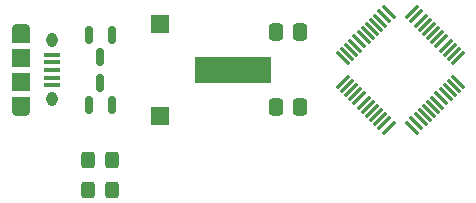
<source format=gtp>
G04 #@! TF.GenerationSoftware,KiCad,Pcbnew,(6.0.9)*
G04 #@! TF.CreationDate,2022-11-19T12:24:37+01:00*
G04 #@! TF.ProjectId,SAMD21 breakout,53414d44-3231-4206-9272-65616b6f7574,rev?*
G04 #@! TF.SameCoordinates,Original*
G04 #@! TF.FileFunction,Paste,Top*
G04 #@! TF.FilePolarity,Positive*
%FSLAX46Y46*%
G04 Gerber Fmt 4.6, Leading zero omitted, Abs format (unit mm)*
G04 Created by KiCad (PCBNEW (6.0.9)) date 2022-11-19 12:24:37*
%MOMM*%
%LPD*%
G01*
G04 APERTURE LIST*
G04 Aperture macros list*
%AMRoundRect*
0 Rectangle with rounded corners*
0 $1 Rounding radius*
0 $2 $3 $4 $5 $6 $7 $8 $9 X,Y pos of 4 corners*
0 Add a 4 corners polygon primitive as box body*
4,1,4,$2,$3,$4,$5,$6,$7,$8,$9,$2,$3,0*
0 Add four circle primitives for the rounded corners*
1,1,$1+$1,$2,$3*
1,1,$1+$1,$4,$5*
1,1,$1+$1,$6,$7*
1,1,$1+$1,$8,$9*
0 Add four rect primitives between the rounded corners*
20,1,$1+$1,$2,$3,$4,$5,0*
20,1,$1+$1,$4,$5,$6,$7,0*
20,1,$1+$1,$6,$7,$8,$9,0*
20,1,$1+$1,$8,$9,$2,$3,0*%
G04 Aperture macros list end*
%ADD10RoundRect,0.250000X-0.325000X-0.450000X0.325000X-0.450000X0.325000X0.450000X-0.325000X0.450000X0*%
%ADD11RoundRect,0.150000X0.150000X-0.587500X0.150000X0.587500X-0.150000X0.587500X-0.150000X-0.587500X0*%
%ADD12RoundRect,0.150000X-0.150000X0.587500X-0.150000X-0.587500X0.150000X-0.587500X0.150000X0.587500X0*%
%ADD13RoundRect,0.250000X0.337500X0.475000X-0.337500X0.475000X-0.337500X-0.475000X0.337500X-0.475000X0*%
%ADD14R,6.500000X2.200000*%
%ADD15R,1.500000X1.500000*%
%ADD16RoundRect,0.075000X-0.415425X-0.521491X0.521491X0.415425X0.415425X0.521491X-0.521491X-0.415425X0*%
%ADD17RoundRect,0.075000X0.415425X-0.521491X0.521491X-0.415425X-0.415425X0.521491X-0.521491X0.415425X0*%
%ADD18O,1.550000X0.890000*%
%ADD19O,0.950000X1.250000*%
%ADD20R,1.350000X0.400000*%
%ADD21R,1.550000X1.200000*%
%ADD22R,1.550000X1.500000*%
G04 APERTURE END LIST*
D10*
X-14995000Y0D03*
X-12945000Y0D03*
D11*
X-14920000Y7190500D03*
X-13020000Y7190500D03*
X-13970000Y9065500D03*
D12*
X-13020000Y13129500D03*
X-14920000Y13129500D03*
X-13970000Y11254500D03*
D13*
X2942500Y6985000D03*
X867500Y6985000D03*
D14*
X-2770000Y10160000D03*
D15*
X-8890000Y14060000D03*
X-8890000Y6260000D03*
D16*
X6542124Y9161212D03*
X6895678Y8807658D03*
X7249231Y8454105D03*
X7602785Y8100551D03*
X7956338Y7746998D03*
X8309891Y7393445D03*
X8663445Y7039891D03*
X9016998Y6686338D03*
X9370551Y6332785D03*
X9724105Y5979231D03*
X10077658Y5625678D03*
X10431212Y5272124D03*
D17*
X12428788Y5272124D03*
X12782342Y5625678D03*
X13135895Y5979231D03*
X13489449Y6332785D03*
X13843002Y6686338D03*
X14196555Y7039891D03*
X14550109Y7393445D03*
X14903662Y7746998D03*
X15257215Y8100551D03*
X15610769Y8454105D03*
X15964322Y8807658D03*
X16317876Y9161212D03*
D16*
X16317876Y11158788D03*
X15964322Y11512342D03*
X15610769Y11865895D03*
X15257215Y12219449D03*
X14903662Y12573002D03*
X14550109Y12926555D03*
X14196555Y13280109D03*
X13843002Y13633662D03*
X13489449Y13987215D03*
X13135895Y14340769D03*
X12782342Y14694322D03*
X12428788Y15047876D03*
D17*
X10431212Y15047876D03*
X10077658Y14694322D03*
X9724105Y14340769D03*
X9370551Y13987215D03*
X9016998Y13633662D03*
X8663445Y13280109D03*
X8309891Y12926555D03*
X7956338Y12573002D03*
X7602785Y12219449D03*
X7249231Y11865895D03*
X6895678Y11512342D03*
X6542124Y11158788D03*
D13*
X2942500Y13335000D03*
X867500Y13335000D03*
D18*
X-20731800Y13660000D03*
D19*
X-18031800Y7660000D03*
X-18031800Y12660000D03*
D18*
X-20731800Y6660000D03*
D20*
X-18031800Y11460000D03*
X-18031800Y10810000D03*
X-18031800Y10160000D03*
X-18031800Y9510000D03*
X-18031800Y8860000D03*
D21*
X-20731800Y7260000D03*
D22*
X-20731800Y9160000D03*
D21*
X-20731800Y13060000D03*
D22*
X-20731800Y11160000D03*
D10*
X-14995000Y2540000D03*
X-12945000Y2540000D03*
M02*

</source>
